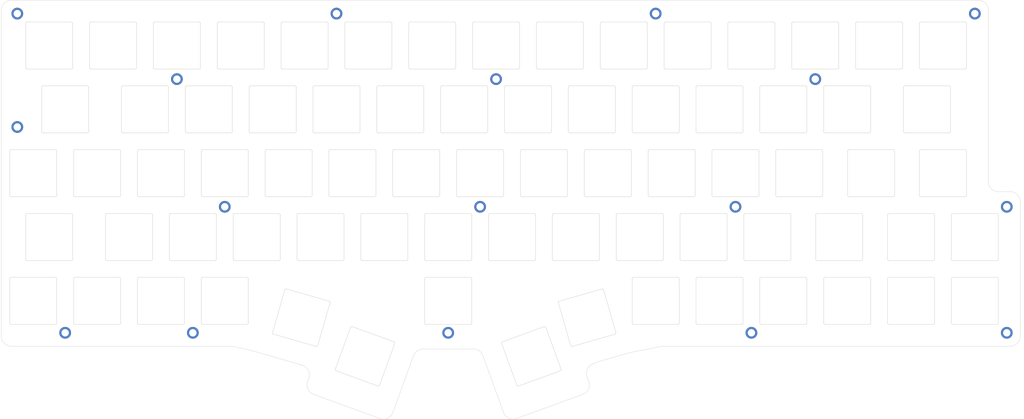
<source format=kicad_pcb>
(kicad_pcb (version 20211014) (generator pcbnew)
  (layers (0 "F.Cu" signal) (31 "B.Cu" signal) (34 "B.Paste" user) (35 "F.Paste" user) (36 "B.SilkS" user "B.Silkscreen") (37 "F.SilkS" user "F.Silkscreen") (38 "B.Mask" user) (39 "F.Mask" user) (44 "Edge.Cuts" user))
  (net 0 "")
  (footprint "MyFootprints:Switch_Cutout" (layer "F.Cu") (at 19 0))
  (footprint "MyFootprints:Switch_Cutout" (layer "F.Cu") (at 66.5 19))
  (footprint "MyFootprints:MountingHole_2.2mm_M2_ISO7380_Pad" (layer "F.Cu") (at 9.5 -9.5))
  (footprint "MyFootprints:Switch_Cutout" (layer "F.Cu") (at 113 92.5 70))
  (footprint "MyFootprints:Switch_Cutout" (layer "F.Cu") (at 85.5 19))
  (footprint "MyFootprints:Switch_Cutout" (layer "F.Cu") (at 237.5 76))
  (footprint "MyFootprints:Switch_Cutout" (layer "F.Cu") (at 185.25 38))
  (footprint "MyFootprints:MountingHole_2.2mm_M2_ISO7380_Pad" (layer "F.Cu") (at 57 10))
  (footprint "MyFootprints:Switch_Cutout" (layer "F.Cu") (at 254.125 57))
  (footprint "MyFootprints:Switch_Cutout" (layer "F.Cu") (at 94.025 81 -16))
  (footprint "MyFootprints:Switch_Cutout" (layer "F.Cu") (at 180.5 19))
  (footprint "MyFootprints:MountingHole_2.2mm_M2_ISO7380_Pad" (layer "F.Cu") (at 147.25 48))
  (footprint "MyFootprints:Switch_Cutout" (layer "F.Cu") (at 280.25 19))
  (footprint "MyFootprints:Switch_Cutout" (layer "F.Cu") (at 175.75 57))
  (footprint "MyFootprints:Switch_Cutout" (layer "F.Cu") (at 33.25 38))
  (footprint "MyFootprints:Switch_Cutout" (layer "F.Cu") (at 209 0))
  (footprint "MyFootprints:Switch_Cutout" (layer "F.Cu") (at 137.75 57))
  (footprint "MyFootprints:Switch_Cutout" (layer "F.Cu") (at 123.5 19))
  (footprint "MyFootprints:Switch_Cutout" (layer "F.Cu") (at 179.1 81 16))
  (footprint "MyFootprints:Switch_Cutout" (layer "F.Cu") (at 266 0))
  (footprint "MyFootprints:MountingHole_2.2mm_M2_ISO7380_Pad" (layer "F.Cu") (at 23.75 85.5))
  (footprint "MyFootprints:MountingHole_2.2mm_M2_ISO7380_Pad" (layer "F.Cu") (at 137.75 85.5))
  (footprint "MyFootprints:Switch_Cutout" (layer "F.Cu") (at 71.25 76))
  (footprint "MyFootprints:Switch_Cutout" (layer "F.Cu") (at 47.5 19))
  (footprint "MyFootprints:MountingHole_2.2mm_M2_ISO7380_Pad" (layer "F.Cu") (at 152 10))
  (footprint "MyFootprints:Switch_Cutout" (layer "F.Cu") (at 218.5 76))
  (footprint "MyFootprints:Switch_Cutout" (layer "F.Cu") (at 76 0))
  (footprint "MyFootprints:Switch_Cutout" (layer "F.Cu") (at 285 38))
  (footprint "MyFootprints:Switch_Cutout" (layer "F.Cu") (at 14.25 38))
  (footprint "MyFootprints:Switch_Cutout" (layer "F.Cu") (at 256.5 19))
  (footprint "MyFootprints:Switch_Cutout" (layer "F.Cu") (at 247 0))
  (footprint "MyFootprints:Switch_Cutout" (layer "F.Cu") (at 237.5 19))
  (footprint "MyFootprints:Switch_Cutout" (layer "F.Cu") (at 52.25 38))
  (footprint "MyFootprints:MountingHole_2.2mm_M2_ISO7380_Pad" (layer "F.Cu") (at 9.5 24.25))
  (footprint "MyFootprints:Switch_Cutout" (layer "F.Cu") (at 57 0))
  (footprint "MyFootprints:Switch_Cutout" (layer "F.Cu") (at 190 0))
  (footprint "MyFootprints:Switch_Cutout" (layer "F.Cu") (at 52.25 76))
  (footprint "MyFootprints:Switch_Cutout" (layer "F.Cu") (at 199.5 76))
  (footprint "MyFootprints:Switch_Cutout" (layer "F.Cu") (at 161.5 19))
  (footprint "MyFootprints:Switch_Cutout" (layer "F.Cu") (at 213.75 57))
  (footprint "MyFootprints:Switch_Cutout" (layer "F.Cu") (at 128.25 38))
  (footprint "MyFootprints:MountingHole_2.2mm_M2_ISO7380_Pad" (layer "F.Cu") (at 223.25 48))
  (footprint "MyFootprints:Switch_Cutout" (layer "F.Cu") (at 256.5 76))
  (footprint "MyFootprints:MountingHole_2.2mm_M2_ISO7380_Pad" (layer "F.Cu") (at 304 48))
  (footprint "MyFootprints:Switch_Cutout" (layer "F.Cu") (at 223.25 38))
  (footprint "MyFootprints:Switch_Cutout" (layer "F.Cu") (at 275.5 57))
  (footprint "MyFootprints:Switch_Cutout" (layer "F.Cu") (at 61.75 57))
  (footprint "MyFootprints:Switch_Cutout" (layer "F.Cu") (at 242.25 38))
  (footprint "MyFootprints:Switch_Cutout" (layer "F.Cu") (at 166.25 38))
  (footprint "MyFootprints:MountingHole_2.2mm_M2_ISO7380_Pad" (layer "F.Cu") (at 71.25 48))
  (footprint "MyFootprints:MountingHole_2.2mm_M2_ISO7380_Pad" (layer "F.Cu") (at 104.5 -9.5))
  (footprint "MyFootprints:Switch_Cutout" (layer "F.Cu") (at 275.5 76))
  (footprint "MyFootprints:Switch_Cutout" (layer "F.Cu") (at 142.5 19))
  (footprint "MyFootprints:Switch_Cutout" (layer "F.Cu") (at 19 57))
  (footprint "MyFootprints:Switch_Cutout" (layer "F.Cu") (at 228 0))
  (footprint "MyFootprints:Switch_Cutout" (layer "F.Cu") (at 199.5 19))
  (footprint "MyFootprints:Switch_Cutout" (layer "F.Cu") (at 294.5 76))
  (footprint "MyFootprints:Switch_Cutout" (layer "F.Cu") (at 90.25 38))
  (footprint "MyFootprints:Switch_Cutout" (layer "F.Cu") (at 171 0))
  (footprint "MyFootprints:Switch_Cutout" (layer "F.Cu") (at 80.75 57))
  (footprint "MyFootprints:Switch_Cutout" (layer "F.Cu") (at 218.5 19))
  (footprint "MyFootprints:Switch_Cutout" (layer "F.Cu") (at 152 0))
  (footprint "MyFootprints:Switch_Cutout" (layer "F.Cu") (at 23.75 19))
  (footprint "MyFootprints:Switch_Cutout" (layer "F.Cu") (at 99.75 57))
  (footprint "MyFootprints:Switch_Cutout" (layer "F.Cu") (at 194.75 57))
  (footprint "MyFootprints:Switch_Cutout" (layer "F.Cu") (at 109.25 38))
  (footprint "MyFootprints:Switch_Cutout" (layer "F.Cu") (at 104.5 19))
  (footprint "MyFootprints:MountingHole_2.2mm_M2_ISO7380_Pad" (layer "F.Cu") (at 294.5 -9.5))
  (footprint "MyFootprints:Switch_Cutout" (layer "F.Cu") (at 33.25 76))
  (footprint "MyFootprints:Switch_Cutout" (layer "F.Cu") (at 156.75 57))
  (footprint "MyFootprints:Switch_Cutout" (layer "F.Cu") (at 285 0))
  (footprint "MyFootprints:MountingHole_2.2mm_M2_ISO7380_Pad" (layer "F.Cu") (at 247 10))
  (footprint "MyFootprints:Switch_Cutout" (layer "F.Cu") (at 147.25 38))
  (footprint "MyFootprints:Switch_Cutout" (layer "F.Cu") (at 38 0))
  (footprint "MyFootprints:Switch_Cutout" (layer "F.Cu") (at 294.5 57))
  (footprint "MyFootprints:Switch_Cutout" (layer "F.Cu") (at 71.25 38))
  (footprint "MyFootprints:Switch_Cutout" (layer "F.Cu") (at 162.5 92.5 110))
  (footprint "MyFootprints:Switch_Cutout" (layer "F.Cu") (at 133 0))
  (footprint "MyFootprints:MountingHole_2.2mm_M2_ISO7380_Pad" (layer "F.Cu") (at 304 85.5))
  (footprint "MyFootprints:MountingHole_2.2mm_M2_ISO7380_Pad" (layer "F.Cu") (at 199.5 -9.5))
  (footprint "MyFootprints:Switch_Cutout" (layer "F.Cu") (at 118.75 57))
  (footprint "MyFootprints:Switch_Cutout" (layer "F.Cu") (at 137.75 76))
  (footprint "MyFootprints:Switch_Cutout" (layer "F.Cu") (at 14.25 76))
  (footprint "MyFootprints:Switch_Cutout" (layer "F.Cu") (at 114 0))
  (footprint "MyFootprints:Switch_Cutout" (layer "F.Cu") (at 95 0))
  (footprint "MyFootprints:Switch_Cutout" (layer "F.Cu") (at 204.25 38))
  (footprint "MyFootprints:Switch_Cutout" (layer "F.Cu") (at 232.75 57))
  (footprint "MyFootprints:MountingHole_2.2mm_M2_ISO7380_Pad" (layer "F.Cu") (at 228 85.5))
  (footprint "MyFootprints:Switch_Cutout" (layer "F.Cu") (at 42.75 57))
  (footprint "MyFootprints:Switch_Cutout" (layer "F.Cu") (at 263.625 38))
  (footprint "MyFootprints:MountingHole_2.2mm_M2_ISO7380_Pad" (layer "F.Cu") (at 61.75 85.5))
  (gr_line (start 95.91064 99.98127) (end 96.25266 99.041577) (layer "Edge.Cuts") (width 0.1))
  (gr_line (start 191.95309 91.358478) (end 200.923088 89.616215) (layer "Edge.Cuts") (width 0.1))
  (gr_arc (start 127.438703 92.301347) (mid 128.537052 90.869951) (end 130.257781 90.327407) (layer "Edge.Cuts") (width 0.1))
  (gr_line (start 308 86.5) (end 308 46.5) (layer "Edge.Cuts") (width 0.1))
  (gr_arc (start 94.260494 95.131732) (mid 96.106601 96.653545) (end 96.25266 99.041577) (layer "Edge.Cuts") (width 0.1))
  (gr_line (start 298.5 40.5) (end 298.5 -10.5) (layer "Edge.Cuts") (width 0.1))
  (gr_line (start 177.796342 103.826408) (end 158.062797 111.008831) (layer "Edge.Cuts") (width 0.1))
  (gr_line (start 74.076912 89.616215) (end 78.888913 90.703839) (layer "Edge.Cuts") (width 0.1))
  (gr_line (start 7.75 89.5) (end 73.25 89.5) (layer "Edge.Cuts") (width 0.1))
  (gr_arc (start 179.076329 98.571731) (mid 179.222388 96.183699) (end 181.068495 94.661886) (layer "Edge.Cuts") (width 0.1))
  (gr_line (start 179.589359 99.98127) (end 179.076329 98.571731) (layer "Edge.Cuts") (width 0.1))
  (gr_line (start 201.75 89.5) (end 305 89.5) (layer "Edge.Cuts") (width 0.1))
  (gr_line (start 154.217658 109.215814) (end 148.061296 92.301347) (layer "Edge.Cuts") (width 0.1))
  (gr_arc (start 121.282341 109.215814) (mid 119.731117 110.908677) (end 117.437202 111.008831) (layer "Edge.Cuts") (width 0.1))
  (gr_arc (start 145.242218 90.327407) (mid 146.962947 90.869951) (end 148.061296 92.301347) (layer "Edge.Cuts") (width 0.1))
  (gr_arc (start 179.589359 99.981269) (mid 179.489205 102.275184) (end 177.796342 103.826408) (layer "Edge.Cuts") (width 0.1))
  (gr_arc (start 295.5 -13.5) (mid 297.62132 -12.62132) (end 298.5 -10.5) (layer "Edge.Cuts") (width 0.1))
  (gr_line (start 121.282341 109.215814) (end 127.438703 92.301347) (layer "Edge.Cuts") (width 0.1))
  (gr_arc (start 7.75 89.5) (mid 5.62868 88.62132) (end 4.75 86.5) (layer "Edge.Cuts") (width 0.1))
  (gr_line (start 97.703657 103.826408) (end 117.437202 111.008831) (layer "Edge.Cuts") (width 0.1))
  (gr_line (start 181.068495 94.661886) (end 182.821104 93.977032) (layer "Edge.Cuts") (width 0.1))
  (gr_line (start 4.75 -10.5) (end 4.75 25.5) (layer "Edge.Cuts") (width 0.1))
  (gr_arc (start 305 43.5) (mid 307.12132 44.37868) (end 308 46.5) (layer "Edge.Cuts") (width 0.1))
  (gr_arc (start 301.5 43.5) (mid 299.37868 42.62132) (end 298.5 40.5) (layer "Edge.Cuts") (width 0.1))
  (gr_arc (start 73.25 89.5) (mid 73.667519 89.529196) (end 74.076912 89.616215) (layer "Edge.Cuts") (width 0.1))
  (gr_line (start 4.75 25.5) (end 4.75 86.5) (layer "Edge.Cuts") (width 0.1))
  (gr_line (start 78.888913 90.703839) (end 90.303895 93.977032) (layer "Edge.Cuts") (width 0.1))
  (gr_arc (start 4.75 -10.5) (mid 5.62868 -12.62132) (end 7.75 -13.5) (layer "Edge.Cuts") (width 0.1))
  (gr_line (start 182.821104 93.977032) (end 191.95309 91.358478) (layer "Edge.Cuts") (width 0.1))
  (gr_arc (start 97.703657 103.826408) (mid 96.010794 102.275184) (end 95.91064 99.981269) (layer "Edge.Cuts") (width 0.1))
  (gr_arc (start 158.062797 111.008831) (mid 155.768882 110.908677) (end 154.217658 109.215814) (layer "Edge.Cuts") (width 0.1))
  (gr_arc (start 200.923088 89.616215) (mid 201.332481 89.529196) (end 201.75 89.5) (layer "Edge.Cuts") (width 0.1))
  (gr_line (start 130.257781 90.327407) (end 145.242218 90.327407) (layer "Edge.Cuts") (width 0.1))
  (gr_line (start 7.75 -13.5) (end 295.5 -13.5) (layer "Edge.Cuts") (width 0.1))
  (gr_line (start 90.303895 93.977032) (end 94.260494 95.131732) (layer "Edge.Cuts") (width 0.1))
  (gr_line (start 305 43.5) (end 301.5 43.5) (layer "Edge.Cuts") (width 0.1))
  (gr_arc (start 308 86.5) (mid 307.12132 88.62132) (end 305 89.5) (layer "Edge.Cuts") (width 0.1))
)
</source>
